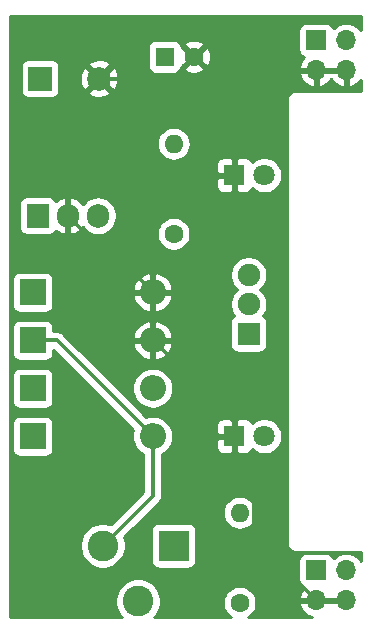
<source format=gbl>
G04 #@! TF.GenerationSoftware,KiCad,Pcbnew,(5.1.2)-1*
G04 #@! TF.CreationDate,2019-05-11T09:03:37-04:00*
G04 #@! TF.ProjectId,PowerSupply,506f7765-7253-4757-9070-6c792e6b6963,1*
G04 #@! TF.SameCoordinates,Original*
G04 #@! TF.FileFunction,Copper,L2,Bot*
G04 #@! TF.FilePolarity,Positive*
%FSLAX46Y46*%
G04 Gerber Fmt 4.6, Leading zero omitted, Abs format (unit mm)*
G04 Created by KiCad (PCBNEW (5.1.2)-1) date 2019-05-11 09:03:37*
%MOMM*%
%LPD*%
G04 APERTURE LIST*
%ADD10R,2.200000X2.200000*%
%ADD11O,2.200000X2.200000*%
%ADD12O,1.600000X1.600000*%
%ADD13C,1.600000*%
%ADD14R,2.000000X2.000000*%
%ADD15C,2.000000*%
%ADD16R,1.600000X1.600000*%
%ADD17C,1.800000*%
%ADD18R,1.800000X1.800000*%
%ADD19R,2.600000X2.600000*%
%ADD20C,2.600000*%
%ADD21R,1.700000X1.700000*%
%ADD22O,1.700000X1.700000*%
%ADD23R,1.900000X1.900000*%
%ADD24C,1.900000*%
%ADD25R,1.905000X2.000000*%
%ADD26O,1.905000X2.000000*%
%ADD27C,0.300000*%
%ADD28C,0.254000*%
G04 APERTURE END LIST*
D10*
X104521000Y-108331000D03*
D11*
X114681000Y-108331000D03*
D12*
X116459000Y-87630000D03*
D13*
X116459000Y-95250000D03*
D14*
X105156000Y-82114000D03*
D15*
X110156000Y-82114000D03*
D16*
X115697000Y-80264000D03*
D13*
X118197000Y-80264000D03*
D10*
X104521000Y-100203000D03*
D11*
X114681000Y-100203000D03*
X114681000Y-112395000D03*
D10*
X104521000Y-112395000D03*
D11*
X114681000Y-104267000D03*
D10*
X104521000Y-104267000D03*
D17*
X124140000Y-112395000D03*
D18*
X121600000Y-112395000D03*
X121600000Y-90297000D03*
D17*
X124140000Y-90297000D03*
D19*
X116459000Y-121666000D03*
D20*
X110459000Y-121666000D03*
X113459000Y-126366000D03*
D21*
X128524000Y-78867000D03*
D22*
X131064000Y-78867000D03*
X128524000Y-81407000D03*
X131064000Y-81407000D03*
X131064000Y-126301000D03*
X128524000Y-126301000D03*
X131064000Y-123761000D03*
D21*
X128524000Y-123761000D03*
D13*
X122047000Y-126492000D03*
D12*
X122047000Y-118872000D03*
D23*
X122809000Y-103726000D03*
D24*
X122809000Y-101226000D03*
X122809000Y-98726000D03*
D25*
X104969000Y-93726000D03*
D26*
X107509000Y-93726000D03*
X110049000Y-93726000D03*
D27*
X131064000Y-126301000D02*
X128524000Y-126301000D01*
X121600000Y-113595000D02*
X121600000Y-112395000D01*
X123297001Y-115292001D02*
X121600000Y-113595000D01*
X123297001Y-121074001D02*
X123297001Y-115292001D01*
X128524000Y-126301000D02*
X123297001Y-121074001D01*
X107509000Y-84761000D02*
X110156000Y-82114000D01*
X107509000Y-93726000D02*
X107509000Y-84761000D01*
X116347000Y-82114000D02*
X118197000Y-80264000D01*
X110156000Y-82114000D02*
X116347000Y-82114000D01*
X119340000Y-81407000D02*
X128524000Y-81407000D01*
X118197000Y-80264000D02*
X119340000Y-81407000D01*
X128524000Y-81407000D02*
X131064000Y-81407000D01*
X114681000Y-102711366D02*
X114681000Y-100203000D01*
X114681000Y-104267000D02*
X114681000Y-102711366D01*
X107509000Y-93773500D02*
X107509000Y-93726000D01*
X112838501Y-99103001D02*
X107509000Y-93773500D01*
X113581001Y-99103001D02*
X112838501Y-99103001D01*
X114681000Y-100203000D02*
X113581001Y-99103001D01*
X121600000Y-111186000D02*
X114681000Y-104267000D01*
X121600000Y-112395000D02*
X121600000Y-111186000D01*
X121600000Y-90297000D02*
X121600000Y-83667000D01*
X121600000Y-83667000D02*
X118197000Y-80264000D01*
X114681000Y-117444000D02*
X114681000Y-112395000D01*
X110459000Y-121666000D02*
X114681000Y-117444000D01*
X106553000Y-104267000D02*
X104521000Y-104267000D01*
X114681000Y-112395000D02*
X106553000Y-104267000D01*
D28*
G36*
X132309001Y-78046021D02*
G01*
X132304706Y-78037986D01*
X132119134Y-77811866D01*
X131893014Y-77626294D01*
X131635034Y-77488401D01*
X131355111Y-77403487D01*
X131136950Y-77382000D01*
X130991050Y-77382000D01*
X130772889Y-77403487D01*
X130492966Y-77488401D01*
X130234986Y-77626294D01*
X130008866Y-77811866D01*
X129984393Y-77841687D01*
X129963502Y-77772820D01*
X129904537Y-77662506D01*
X129825185Y-77565815D01*
X129728494Y-77486463D01*
X129618180Y-77427498D01*
X129498482Y-77391188D01*
X129374000Y-77378928D01*
X127674000Y-77378928D01*
X127549518Y-77391188D01*
X127429820Y-77427498D01*
X127319506Y-77486463D01*
X127222815Y-77565815D01*
X127143463Y-77662506D01*
X127084498Y-77772820D01*
X127048188Y-77892518D01*
X127035928Y-78017000D01*
X127035928Y-79717000D01*
X127048188Y-79841482D01*
X127084498Y-79961180D01*
X127143463Y-80071494D01*
X127222815Y-80168185D01*
X127319506Y-80247537D01*
X127429820Y-80306502D01*
X127510466Y-80330966D01*
X127426412Y-80406731D01*
X127252359Y-80640080D01*
X127127175Y-80902901D01*
X127082524Y-81050110D01*
X127203845Y-81280000D01*
X128397000Y-81280000D01*
X128397000Y-81260000D01*
X128651000Y-81260000D01*
X128651000Y-81280000D01*
X130937000Y-81280000D01*
X130937000Y-81260000D01*
X131191000Y-81260000D01*
X131191000Y-81280000D01*
X131211000Y-81280000D01*
X131211000Y-81534000D01*
X131191000Y-81534000D01*
X131191000Y-82727814D01*
X131420891Y-82848481D01*
X131695252Y-82751157D01*
X131945355Y-82602178D01*
X132161588Y-82407269D01*
X132309000Y-82209637D01*
X132309000Y-83160000D01*
X126778419Y-83160000D01*
X126746000Y-83156807D01*
X126713581Y-83160000D01*
X126616617Y-83169550D01*
X126492207Y-83207290D01*
X126377550Y-83268575D01*
X126277052Y-83351052D01*
X126194575Y-83451550D01*
X126133290Y-83566207D01*
X126095550Y-83690617D01*
X126082807Y-83820000D01*
X126086001Y-83852429D01*
X126086000Y-121506581D01*
X126082807Y-121539000D01*
X126095550Y-121668383D01*
X126133290Y-121792793D01*
X126194575Y-121907450D01*
X126244152Y-121967859D01*
X126277052Y-122007948D01*
X126377550Y-122090425D01*
X126492207Y-122151710D01*
X126616617Y-122189450D01*
X126746000Y-122202193D01*
X126778419Y-122199000D01*
X132309001Y-122199000D01*
X132309001Y-122940021D01*
X132304706Y-122931986D01*
X132119134Y-122705866D01*
X131893014Y-122520294D01*
X131635034Y-122382401D01*
X131355111Y-122297487D01*
X131136950Y-122276000D01*
X130991050Y-122276000D01*
X130772889Y-122297487D01*
X130492966Y-122382401D01*
X130234986Y-122520294D01*
X130008866Y-122705866D01*
X129984393Y-122735687D01*
X129963502Y-122666820D01*
X129904537Y-122556506D01*
X129825185Y-122459815D01*
X129728494Y-122380463D01*
X129618180Y-122321498D01*
X129498482Y-122285188D01*
X129374000Y-122272928D01*
X127674000Y-122272928D01*
X127549518Y-122285188D01*
X127429820Y-122321498D01*
X127319506Y-122380463D01*
X127222815Y-122459815D01*
X127143463Y-122556506D01*
X127084498Y-122666820D01*
X127048188Y-122786518D01*
X127035928Y-122911000D01*
X127035928Y-124611000D01*
X127048188Y-124735482D01*
X127084498Y-124855180D01*
X127143463Y-124965494D01*
X127222815Y-125062185D01*
X127319506Y-125141537D01*
X127429820Y-125200502D01*
X127510466Y-125224966D01*
X127426412Y-125300731D01*
X127252359Y-125534080D01*
X127127175Y-125796901D01*
X127082524Y-125944110D01*
X127203845Y-126174000D01*
X128397000Y-126174000D01*
X128397000Y-126154000D01*
X128651000Y-126154000D01*
X128651000Y-126174000D01*
X130937000Y-126174000D01*
X130937000Y-126154000D01*
X131191000Y-126154000D01*
X131191000Y-126174000D01*
X131211000Y-126174000D01*
X131211000Y-126428000D01*
X131191000Y-126428000D01*
X131191000Y-126448000D01*
X130937000Y-126448000D01*
X130937000Y-126428000D01*
X128651000Y-126428000D01*
X128651000Y-126448000D01*
X128397000Y-126448000D01*
X128397000Y-126428000D01*
X127203845Y-126428000D01*
X127082524Y-126657890D01*
X127127175Y-126805099D01*
X127252359Y-127067920D01*
X127426412Y-127301269D01*
X127642645Y-127496178D01*
X127892748Y-127645157D01*
X128151658Y-127737000D01*
X122766657Y-127737000D01*
X122961759Y-127606637D01*
X123161637Y-127406759D01*
X123318680Y-127171727D01*
X123426853Y-126910574D01*
X123482000Y-126633335D01*
X123482000Y-126350665D01*
X123426853Y-126073426D01*
X123318680Y-125812273D01*
X123161637Y-125577241D01*
X122961759Y-125377363D01*
X122726727Y-125220320D01*
X122465574Y-125112147D01*
X122188335Y-125057000D01*
X121905665Y-125057000D01*
X121628426Y-125112147D01*
X121367273Y-125220320D01*
X121132241Y-125377363D01*
X120932363Y-125577241D01*
X120775320Y-125812273D01*
X120667147Y-126073426D01*
X120612000Y-126350665D01*
X120612000Y-126633335D01*
X120667147Y-126910574D01*
X120775320Y-127171727D01*
X120932363Y-127406759D01*
X121132241Y-127606637D01*
X121327343Y-127737000D01*
X114824504Y-127737000D01*
X114962013Y-127599491D01*
X115173775Y-127282566D01*
X115319639Y-126930419D01*
X115394000Y-126556581D01*
X115394000Y-126175419D01*
X115319639Y-125801581D01*
X115173775Y-125449434D01*
X114962013Y-125132509D01*
X114692491Y-124862987D01*
X114375566Y-124651225D01*
X114023419Y-124505361D01*
X113649581Y-124431000D01*
X113268419Y-124431000D01*
X112894581Y-124505361D01*
X112542434Y-124651225D01*
X112225509Y-124862987D01*
X111955987Y-125132509D01*
X111744225Y-125449434D01*
X111598361Y-125801581D01*
X111524000Y-126175419D01*
X111524000Y-126556581D01*
X111598361Y-126930419D01*
X111744225Y-127282566D01*
X111955987Y-127599491D01*
X112093496Y-127737000D01*
X102641000Y-127737000D01*
X102641000Y-111295000D01*
X102782928Y-111295000D01*
X102782928Y-113495000D01*
X102795188Y-113619482D01*
X102831498Y-113739180D01*
X102890463Y-113849494D01*
X102969815Y-113946185D01*
X103066506Y-114025537D01*
X103176820Y-114084502D01*
X103296518Y-114120812D01*
X103421000Y-114133072D01*
X105621000Y-114133072D01*
X105745482Y-114120812D01*
X105865180Y-114084502D01*
X105975494Y-114025537D01*
X106072185Y-113946185D01*
X106151537Y-113849494D01*
X106210502Y-113739180D01*
X106246812Y-113619482D01*
X106259072Y-113495000D01*
X106259072Y-111295000D01*
X106246812Y-111170518D01*
X106210502Y-111050820D01*
X106151537Y-110940506D01*
X106072185Y-110843815D01*
X105975494Y-110764463D01*
X105865180Y-110705498D01*
X105745482Y-110669188D01*
X105621000Y-110656928D01*
X103421000Y-110656928D01*
X103296518Y-110669188D01*
X103176820Y-110705498D01*
X103066506Y-110764463D01*
X102969815Y-110843815D01*
X102890463Y-110940506D01*
X102831498Y-111050820D01*
X102795188Y-111170518D01*
X102782928Y-111295000D01*
X102641000Y-111295000D01*
X102641000Y-107231000D01*
X102782928Y-107231000D01*
X102782928Y-109431000D01*
X102795188Y-109555482D01*
X102831498Y-109675180D01*
X102890463Y-109785494D01*
X102969815Y-109882185D01*
X103066506Y-109961537D01*
X103176820Y-110020502D01*
X103296518Y-110056812D01*
X103421000Y-110069072D01*
X105621000Y-110069072D01*
X105745482Y-110056812D01*
X105865180Y-110020502D01*
X105975494Y-109961537D01*
X106072185Y-109882185D01*
X106151537Y-109785494D01*
X106210502Y-109675180D01*
X106246812Y-109555482D01*
X106259072Y-109431000D01*
X106259072Y-107231000D01*
X106246812Y-107106518D01*
X106210502Y-106986820D01*
X106151537Y-106876506D01*
X106072185Y-106779815D01*
X105975494Y-106700463D01*
X105865180Y-106641498D01*
X105745482Y-106605188D01*
X105621000Y-106592928D01*
X103421000Y-106592928D01*
X103296518Y-106605188D01*
X103176820Y-106641498D01*
X103066506Y-106700463D01*
X102969815Y-106779815D01*
X102890463Y-106876506D01*
X102831498Y-106986820D01*
X102795188Y-107106518D01*
X102782928Y-107231000D01*
X102641000Y-107231000D01*
X102641000Y-103167000D01*
X102782928Y-103167000D01*
X102782928Y-105367000D01*
X102795188Y-105491482D01*
X102831498Y-105611180D01*
X102890463Y-105721494D01*
X102969815Y-105818185D01*
X103066506Y-105897537D01*
X103176820Y-105956502D01*
X103296518Y-105992812D01*
X103421000Y-106005072D01*
X105621000Y-106005072D01*
X105745482Y-105992812D01*
X105865180Y-105956502D01*
X105975494Y-105897537D01*
X106072185Y-105818185D01*
X106151537Y-105721494D01*
X106210502Y-105611180D01*
X106246812Y-105491482D01*
X106259072Y-105367000D01*
X106259072Y-105083229D01*
X113031530Y-111855687D01*
X112971105Y-112054881D01*
X112937606Y-112395000D01*
X112971105Y-112735119D01*
X113070314Y-113062168D01*
X113231421Y-113363578D01*
X113448234Y-113627766D01*
X113712422Y-113844579D01*
X113896001Y-113942704D01*
X113896000Y-117118843D01*
X111154985Y-119859858D01*
X111023419Y-119805361D01*
X110649581Y-119731000D01*
X110268419Y-119731000D01*
X109894581Y-119805361D01*
X109542434Y-119951225D01*
X109225509Y-120162987D01*
X108955987Y-120432509D01*
X108744225Y-120749434D01*
X108598361Y-121101581D01*
X108524000Y-121475419D01*
X108524000Y-121856581D01*
X108598361Y-122230419D01*
X108744225Y-122582566D01*
X108955987Y-122899491D01*
X109225509Y-123169013D01*
X109542434Y-123380775D01*
X109894581Y-123526639D01*
X110268419Y-123601000D01*
X110649581Y-123601000D01*
X111023419Y-123526639D01*
X111375566Y-123380775D01*
X111692491Y-123169013D01*
X111962013Y-122899491D01*
X112173775Y-122582566D01*
X112319639Y-122230419D01*
X112394000Y-121856581D01*
X112394000Y-121475419D01*
X112319639Y-121101581D01*
X112265142Y-120970015D01*
X112869157Y-120366000D01*
X114520928Y-120366000D01*
X114520928Y-122966000D01*
X114533188Y-123090482D01*
X114569498Y-123210180D01*
X114628463Y-123320494D01*
X114707815Y-123417185D01*
X114804506Y-123496537D01*
X114914820Y-123555502D01*
X115034518Y-123591812D01*
X115159000Y-123604072D01*
X117759000Y-123604072D01*
X117883482Y-123591812D01*
X118003180Y-123555502D01*
X118113494Y-123496537D01*
X118210185Y-123417185D01*
X118289537Y-123320494D01*
X118348502Y-123210180D01*
X118384812Y-123090482D01*
X118397072Y-122966000D01*
X118397072Y-120366000D01*
X118384812Y-120241518D01*
X118348502Y-120121820D01*
X118289537Y-120011506D01*
X118210185Y-119914815D01*
X118113494Y-119835463D01*
X118003180Y-119776498D01*
X117883482Y-119740188D01*
X117759000Y-119727928D01*
X115159000Y-119727928D01*
X115034518Y-119740188D01*
X114914820Y-119776498D01*
X114804506Y-119835463D01*
X114707815Y-119914815D01*
X114628463Y-120011506D01*
X114569498Y-120121820D01*
X114533188Y-120241518D01*
X114520928Y-120366000D01*
X112869157Y-120366000D01*
X114363157Y-118872000D01*
X120605057Y-118872000D01*
X120632764Y-119153309D01*
X120714818Y-119423808D01*
X120848068Y-119673101D01*
X121027392Y-119891608D01*
X121245899Y-120070932D01*
X121495192Y-120204182D01*
X121765691Y-120286236D01*
X121976508Y-120307000D01*
X122117492Y-120307000D01*
X122328309Y-120286236D01*
X122598808Y-120204182D01*
X122848101Y-120070932D01*
X123066608Y-119891608D01*
X123245932Y-119673101D01*
X123379182Y-119423808D01*
X123461236Y-119153309D01*
X123488943Y-118872000D01*
X123461236Y-118590691D01*
X123379182Y-118320192D01*
X123245932Y-118070899D01*
X123066608Y-117852392D01*
X122848101Y-117673068D01*
X122598808Y-117539818D01*
X122328309Y-117457764D01*
X122117492Y-117437000D01*
X121976508Y-117437000D01*
X121765691Y-117457764D01*
X121495192Y-117539818D01*
X121245899Y-117673068D01*
X121027392Y-117852392D01*
X120848068Y-118070899D01*
X120714818Y-118320192D01*
X120632764Y-118590691D01*
X120605057Y-118872000D01*
X114363157Y-118872000D01*
X115208811Y-118026346D01*
X115238764Y-118001764D01*
X115336862Y-117882233D01*
X115409754Y-117745860D01*
X115409754Y-117745859D01*
X115454642Y-117597887D01*
X115462020Y-117522974D01*
X115466000Y-117482561D01*
X115466000Y-117482556D01*
X115469797Y-117444000D01*
X115466000Y-117405444D01*
X115466000Y-113942703D01*
X115649578Y-113844579D01*
X115913766Y-113627766D01*
X116130579Y-113363578D01*
X116167234Y-113295000D01*
X120061928Y-113295000D01*
X120074188Y-113419482D01*
X120110498Y-113539180D01*
X120169463Y-113649494D01*
X120248815Y-113746185D01*
X120345506Y-113825537D01*
X120455820Y-113884502D01*
X120575518Y-113920812D01*
X120700000Y-113933072D01*
X121314250Y-113930000D01*
X121473000Y-113771250D01*
X121473000Y-112522000D01*
X120223750Y-112522000D01*
X120065000Y-112680750D01*
X120061928Y-113295000D01*
X116167234Y-113295000D01*
X116291686Y-113062168D01*
X116390895Y-112735119D01*
X116424394Y-112395000D01*
X116390895Y-112054881D01*
X116291686Y-111727832D01*
X116167235Y-111495000D01*
X120061928Y-111495000D01*
X120065000Y-112109250D01*
X120223750Y-112268000D01*
X121473000Y-112268000D01*
X121473000Y-111018750D01*
X121727000Y-111018750D01*
X121727000Y-112268000D01*
X121747000Y-112268000D01*
X121747000Y-112522000D01*
X121727000Y-112522000D01*
X121727000Y-113771250D01*
X121885750Y-113930000D01*
X122500000Y-113933072D01*
X122624482Y-113920812D01*
X122744180Y-113884502D01*
X122854494Y-113825537D01*
X122951185Y-113746185D01*
X123030537Y-113649494D01*
X123089502Y-113539180D01*
X123095056Y-113520873D01*
X123161495Y-113587312D01*
X123412905Y-113755299D01*
X123692257Y-113871011D01*
X123988816Y-113930000D01*
X124291184Y-113930000D01*
X124587743Y-113871011D01*
X124867095Y-113755299D01*
X125118505Y-113587312D01*
X125332312Y-113373505D01*
X125500299Y-113122095D01*
X125616011Y-112842743D01*
X125675000Y-112546184D01*
X125675000Y-112243816D01*
X125616011Y-111947257D01*
X125500299Y-111667905D01*
X125332312Y-111416495D01*
X125118505Y-111202688D01*
X124867095Y-111034701D01*
X124587743Y-110918989D01*
X124291184Y-110860000D01*
X123988816Y-110860000D01*
X123692257Y-110918989D01*
X123412905Y-111034701D01*
X123161495Y-111202688D01*
X123095056Y-111269127D01*
X123089502Y-111250820D01*
X123030537Y-111140506D01*
X122951185Y-111043815D01*
X122854494Y-110964463D01*
X122744180Y-110905498D01*
X122624482Y-110869188D01*
X122500000Y-110856928D01*
X121885750Y-110860000D01*
X121727000Y-111018750D01*
X121473000Y-111018750D01*
X121314250Y-110860000D01*
X120700000Y-110856928D01*
X120575518Y-110869188D01*
X120455820Y-110905498D01*
X120345506Y-110964463D01*
X120248815Y-111043815D01*
X120169463Y-111140506D01*
X120110498Y-111250820D01*
X120074188Y-111370518D01*
X120061928Y-111495000D01*
X116167235Y-111495000D01*
X116130579Y-111426422D01*
X115913766Y-111162234D01*
X115649578Y-110945421D01*
X115348168Y-110784314D01*
X115021119Y-110685105D01*
X114766225Y-110660000D01*
X114595775Y-110660000D01*
X114340881Y-110685105D01*
X114141687Y-110745530D01*
X111727157Y-108331000D01*
X112937606Y-108331000D01*
X112971105Y-108671119D01*
X113070314Y-108998168D01*
X113231421Y-109299578D01*
X113448234Y-109563766D01*
X113712422Y-109780579D01*
X114013832Y-109941686D01*
X114340881Y-110040895D01*
X114595775Y-110066000D01*
X114766225Y-110066000D01*
X115021119Y-110040895D01*
X115348168Y-109941686D01*
X115649578Y-109780579D01*
X115913766Y-109563766D01*
X116130579Y-109299578D01*
X116291686Y-108998168D01*
X116390895Y-108671119D01*
X116424394Y-108331000D01*
X116390895Y-107990881D01*
X116291686Y-107663832D01*
X116130579Y-107362422D01*
X115913766Y-107098234D01*
X115649578Y-106881421D01*
X115348168Y-106720314D01*
X115021119Y-106621105D01*
X114766225Y-106596000D01*
X114595775Y-106596000D01*
X114340881Y-106621105D01*
X114013832Y-106720314D01*
X113712422Y-106881421D01*
X113448234Y-107098234D01*
X113231421Y-107362422D01*
X113070314Y-107663832D01*
X112971105Y-107990881D01*
X112937606Y-108331000D01*
X111727157Y-108331000D01*
X108059279Y-104663122D01*
X112991825Y-104663122D01*
X113056425Y-104876094D01*
X113206469Y-105181329D01*
X113413178Y-105451427D01*
X113668609Y-105676008D01*
X113962946Y-105846442D01*
X114284877Y-105956179D01*
X114554000Y-105838600D01*
X114554000Y-104394000D01*
X114808000Y-104394000D01*
X114808000Y-105838600D01*
X115077123Y-105956179D01*
X115399054Y-105846442D01*
X115693391Y-105676008D01*
X115948822Y-105451427D01*
X116155531Y-105181329D01*
X116305575Y-104876094D01*
X116370175Y-104663122D01*
X116252125Y-104394000D01*
X114808000Y-104394000D01*
X114554000Y-104394000D01*
X113109875Y-104394000D01*
X112991825Y-104663122D01*
X108059279Y-104663122D01*
X107267035Y-103870878D01*
X112991825Y-103870878D01*
X113109875Y-104140000D01*
X114554000Y-104140000D01*
X114554000Y-102695400D01*
X114808000Y-102695400D01*
X114808000Y-104140000D01*
X116252125Y-104140000D01*
X116370175Y-103870878D01*
X116305575Y-103657906D01*
X116155531Y-103352671D01*
X115948822Y-103082573D01*
X115693391Y-102857992D01*
X115551793Y-102776000D01*
X121220928Y-102776000D01*
X121220928Y-104676000D01*
X121233188Y-104800482D01*
X121269498Y-104920180D01*
X121328463Y-105030494D01*
X121407815Y-105127185D01*
X121504506Y-105206537D01*
X121614820Y-105265502D01*
X121734518Y-105301812D01*
X121859000Y-105314072D01*
X123759000Y-105314072D01*
X123883482Y-105301812D01*
X124003180Y-105265502D01*
X124113494Y-105206537D01*
X124210185Y-105127185D01*
X124289537Y-105030494D01*
X124348502Y-104920180D01*
X124384812Y-104800482D01*
X124397072Y-104676000D01*
X124397072Y-102776000D01*
X124384812Y-102651518D01*
X124348502Y-102531820D01*
X124289537Y-102421506D01*
X124210185Y-102324815D01*
X124113494Y-102245463D01*
X124054979Y-102214186D01*
X124213609Y-101976779D01*
X124333089Y-101688327D01*
X124394000Y-101382109D01*
X124394000Y-101069891D01*
X124333089Y-100763673D01*
X124213609Y-100475221D01*
X124040150Y-100215621D01*
X123819379Y-99994850D01*
X123791168Y-99976000D01*
X123819379Y-99957150D01*
X124040150Y-99736379D01*
X124213609Y-99476779D01*
X124333089Y-99188327D01*
X124394000Y-98882109D01*
X124394000Y-98569891D01*
X124333089Y-98263673D01*
X124213609Y-97975221D01*
X124040150Y-97715621D01*
X123819379Y-97494850D01*
X123559779Y-97321391D01*
X123271327Y-97201911D01*
X122965109Y-97141000D01*
X122652891Y-97141000D01*
X122346673Y-97201911D01*
X122058221Y-97321391D01*
X121798621Y-97494850D01*
X121577850Y-97715621D01*
X121404391Y-97975221D01*
X121284911Y-98263673D01*
X121224000Y-98569891D01*
X121224000Y-98882109D01*
X121284911Y-99188327D01*
X121404391Y-99476779D01*
X121577850Y-99736379D01*
X121798621Y-99957150D01*
X121826832Y-99976000D01*
X121798621Y-99994850D01*
X121577850Y-100215621D01*
X121404391Y-100475221D01*
X121284911Y-100763673D01*
X121224000Y-101069891D01*
X121224000Y-101382109D01*
X121284911Y-101688327D01*
X121404391Y-101976779D01*
X121563021Y-102214186D01*
X121504506Y-102245463D01*
X121407815Y-102324815D01*
X121328463Y-102421506D01*
X121269498Y-102531820D01*
X121233188Y-102651518D01*
X121220928Y-102776000D01*
X115551793Y-102776000D01*
X115399054Y-102687558D01*
X115077123Y-102577821D01*
X114808000Y-102695400D01*
X114554000Y-102695400D01*
X114284877Y-102577821D01*
X113962946Y-102687558D01*
X113668609Y-102857992D01*
X113413178Y-103082573D01*
X113206469Y-103352671D01*
X113056425Y-103657906D01*
X112991825Y-103870878D01*
X107267035Y-103870878D01*
X107135347Y-103739190D01*
X107110764Y-103709236D01*
X106991233Y-103611138D01*
X106854860Y-103538246D01*
X106706887Y-103493359D01*
X106591561Y-103482000D01*
X106591553Y-103482000D01*
X106553000Y-103478203D01*
X106514447Y-103482000D01*
X106259072Y-103482000D01*
X106259072Y-103167000D01*
X106246812Y-103042518D01*
X106210502Y-102922820D01*
X106151537Y-102812506D01*
X106072185Y-102715815D01*
X105975494Y-102636463D01*
X105865180Y-102577498D01*
X105745482Y-102541188D01*
X105621000Y-102528928D01*
X103421000Y-102528928D01*
X103296518Y-102541188D01*
X103176820Y-102577498D01*
X103066506Y-102636463D01*
X102969815Y-102715815D01*
X102890463Y-102812506D01*
X102831498Y-102922820D01*
X102795188Y-103042518D01*
X102782928Y-103167000D01*
X102641000Y-103167000D01*
X102641000Y-99103000D01*
X102782928Y-99103000D01*
X102782928Y-101303000D01*
X102795188Y-101427482D01*
X102831498Y-101547180D01*
X102890463Y-101657494D01*
X102969815Y-101754185D01*
X103066506Y-101833537D01*
X103176820Y-101892502D01*
X103296518Y-101928812D01*
X103421000Y-101941072D01*
X105621000Y-101941072D01*
X105745482Y-101928812D01*
X105865180Y-101892502D01*
X105975494Y-101833537D01*
X106072185Y-101754185D01*
X106151537Y-101657494D01*
X106210502Y-101547180D01*
X106246812Y-101427482D01*
X106259072Y-101303000D01*
X106259072Y-100599122D01*
X112991825Y-100599122D01*
X113056425Y-100812094D01*
X113206469Y-101117329D01*
X113413178Y-101387427D01*
X113668609Y-101612008D01*
X113962946Y-101782442D01*
X114284877Y-101892179D01*
X114554000Y-101774600D01*
X114554000Y-100330000D01*
X114808000Y-100330000D01*
X114808000Y-101774600D01*
X115077123Y-101892179D01*
X115399054Y-101782442D01*
X115693391Y-101612008D01*
X115948822Y-101387427D01*
X116155531Y-101117329D01*
X116305575Y-100812094D01*
X116370175Y-100599122D01*
X116252125Y-100330000D01*
X114808000Y-100330000D01*
X114554000Y-100330000D01*
X113109875Y-100330000D01*
X112991825Y-100599122D01*
X106259072Y-100599122D01*
X106259072Y-99806878D01*
X112991825Y-99806878D01*
X113109875Y-100076000D01*
X114554000Y-100076000D01*
X114554000Y-98631400D01*
X114808000Y-98631400D01*
X114808000Y-100076000D01*
X116252125Y-100076000D01*
X116370175Y-99806878D01*
X116305575Y-99593906D01*
X116155531Y-99288671D01*
X115948822Y-99018573D01*
X115693391Y-98793992D01*
X115399054Y-98623558D01*
X115077123Y-98513821D01*
X114808000Y-98631400D01*
X114554000Y-98631400D01*
X114284877Y-98513821D01*
X113962946Y-98623558D01*
X113668609Y-98793992D01*
X113413178Y-99018573D01*
X113206469Y-99288671D01*
X113056425Y-99593906D01*
X112991825Y-99806878D01*
X106259072Y-99806878D01*
X106259072Y-99103000D01*
X106246812Y-98978518D01*
X106210502Y-98858820D01*
X106151537Y-98748506D01*
X106072185Y-98651815D01*
X105975494Y-98572463D01*
X105865180Y-98513498D01*
X105745482Y-98477188D01*
X105621000Y-98464928D01*
X103421000Y-98464928D01*
X103296518Y-98477188D01*
X103176820Y-98513498D01*
X103066506Y-98572463D01*
X102969815Y-98651815D01*
X102890463Y-98748506D01*
X102831498Y-98858820D01*
X102795188Y-98978518D01*
X102782928Y-99103000D01*
X102641000Y-99103000D01*
X102641000Y-92726000D01*
X103378428Y-92726000D01*
X103378428Y-94726000D01*
X103390688Y-94850482D01*
X103426998Y-94970180D01*
X103485963Y-95080494D01*
X103565315Y-95177185D01*
X103662006Y-95256537D01*
X103772320Y-95315502D01*
X103892018Y-95351812D01*
X104016500Y-95364072D01*
X105921500Y-95364072D01*
X106045982Y-95351812D01*
X106165680Y-95315502D01*
X106275994Y-95256537D01*
X106372685Y-95177185D01*
X106452037Y-95080494D01*
X106501059Y-94988781D01*
X106642077Y-95101969D01*
X106917906Y-95245571D01*
X107136020Y-95316563D01*
X107382000Y-95196594D01*
X107382000Y-93853000D01*
X107362000Y-93853000D01*
X107362000Y-93599000D01*
X107382000Y-93599000D01*
X107382000Y-92255406D01*
X107636000Y-92255406D01*
X107636000Y-93599000D01*
X107656000Y-93599000D01*
X107656000Y-93853000D01*
X107636000Y-93853000D01*
X107636000Y-95196594D01*
X107881980Y-95316563D01*
X108100094Y-95245571D01*
X108375923Y-95101969D01*
X108618437Y-94907315D01*
X108773837Y-94722101D01*
X108921037Y-94901463D01*
X109162766Y-95099845D01*
X109438552Y-95247255D01*
X109737797Y-95338030D01*
X110049000Y-95368681D01*
X110360204Y-95338030D01*
X110659449Y-95247255D01*
X110918733Y-95108665D01*
X115024000Y-95108665D01*
X115024000Y-95391335D01*
X115079147Y-95668574D01*
X115187320Y-95929727D01*
X115344363Y-96164759D01*
X115544241Y-96364637D01*
X115779273Y-96521680D01*
X116040426Y-96629853D01*
X116317665Y-96685000D01*
X116600335Y-96685000D01*
X116877574Y-96629853D01*
X117138727Y-96521680D01*
X117373759Y-96364637D01*
X117573637Y-96164759D01*
X117730680Y-95929727D01*
X117838853Y-95668574D01*
X117894000Y-95391335D01*
X117894000Y-95108665D01*
X117838853Y-94831426D01*
X117730680Y-94570273D01*
X117573637Y-94335241D01*
X117373759Y-94135363D01*
X117138727Y-93978320D01*
X116877574Y-93870147D01*
X116600335Y-93815000D01*
X116317665Y-93815000D01*
X116040426Y-93870147D01*
X115779273Y-93978320D01*
X115544241Y-94135363D01*
X115344363Y-94335241D01*
X115187320Y-94570273D01*
X115079147Y-94831426D01*
X115024000Y-95108665D01*
X110918733Y-95108665D01*
X110935235Y-95099845D01*
X111176963Y-94901463D01*
X111375345Y-94659734D01*
X111522755Y-94383948D01*
X111613530Y-94084703D01*
X111636500Y-93851485D01*
X111636500Y-93600514D01*
X111613530Y-93367296D01*
X111522755Y-93068051D01*
X111375345Y-92792265D01*
X111176963Y-92550537D01*
X110935234Y-92352155D01*
X110659448Y-92204745D01*
X110360203Y-92113970D01*
X110049000Y-92083319D01*
X109737796Y-92113970D01*
X109438551Y-92204745D01*
X109162765Y-92352155D01*
X108921037Y-92550537D01*
X108773838Y-92729900D01*
X108618437Y-92544685D01*
X108375923Y-92350031D01*
X108100094Y-92206429D01*
X107881980Y-92135437D01*
X107636000Y-92255406D01*
X107382000Y-92255406D01*
X107136020Y-92135437D01*
X106917906Y-92206429D01*
X106642077Y-92350031D01*
X106501059Y-92463219D01*
X106452037Y-92371506D01*
X106372685Y-92274815D01*
X106275994Y-92195463D01*
X106165680Y-92136498D01*
X106045982Y-92100188D01*
X105921500Y-92087928D01*
X104016500Y-92087928D01*
X103892018Y-92100188D01*
X103772320Y-92136498D01*
X103662006Y-92195463D01*
X103565315Y-92274815D01*
X103485963Y-92371506D01*
X103426998Y-92481820D01*
X103390688Y-92601518D01*
X103378428Y-92726000D01*
X102641000Y-92726000D01*
X102641000Y-91197000D01*
X120061928Y-91197000D01*
X120074188Y-91321482D01*
X120110498Y-91441180D01*
X120169463Y-91551494D01*
X120248815Y-91648185D01*
X120345506Y-91727537D01*
X120455820Y-91786502D01*
X120575518Y-91822812D01*
X120700000Y-91835072D01*
X121314250Y-91832000D01*
X121473000Y-91673250D01*
X121473000Y-90424000D01*
X120223750Y-90424000D01*
X120065000Y-90582750D01*
X120061928Y-91197000D01*
X102641000Y-91197000D01*
X102641000Y-89397000D01*
X120061928Y-89397000D01*
X120065000Y-90011250D01*
X120223750Y-90170000D01*
X121473000Y-90170000D01*
X121473000Y-88920750D01*
X121727000Y-88920750D01*
X121727000Y-90170000D01*
X121747000Y-90170000D01*
X121747000Y-90424000D01*
X121727000Y-90424000D01*
X121727000Y-91673250D01*
X121885750Y-91832000D01*
X122500000Y-91835072D01*
X122624482Y-91822812D01*
X122744180Y-91786502D01*
X122854494Y-91727537D01*
X122951185Y-91648185D01*
X123030537Y-91551494D01*
X123089502Y-91441180D01*
X123095056Y-91422873D01*
X123161495Y-91489312D01*
X123412905Y-91657299D01*
X123692257Y-91773011D01*
X123988816Y-91832000D01*
X124291184Y-91832000D01*
X124587743Y-91773011D01*
X124867095Y-91657299D01*
X125118505Y-91489312D01*
X125332312Y-91275505D01*
X125500299Y-91024095D01*
X125616011Y-90744743D01*
X125675000Y-90448184D01*
X125675000Y-90145816D01*
X125616011Y-89849257D01*
X125500299Y-89569905D01*
X125332312Y-89318495D01*
X125118505Y-89104688D01*
X124867095Y-88936701D01*
X124587743Y-88820989D01*
X124291184Y-88762000D01*
X123988816Y-88762000D01*
X123692257Y-88820989D01*
X123412905Y-88936701D01*
X123161495Y-89104688D01*
X123095056Y-89171127D01*
X123089502Y-89152820D01*
X123030537Y-89042506D01*
X122951185Y-88945815D01*
X122854494Y-88866463D01*
X122744180Y-88807498D01*
X122624482Y-88771188D01*
X122500000Y-88758928D01*
X121885750Y-88762000D01*
X121727000Y-88920750D01*
X121473000Y-88920750D01*
X121314250Y-88762000D01*
X120700000Y-88758928D01*
X120575518Y-88771188D01*
X120455820Y-88807498D01*
X120345506Y-88866463D01*
X120248815Y-88945815D01*
X120169463Y-89042506D01*
X120110498Y-89152820D01*
X120074188Y-89272518D01*
X120061928Y-89397000D01*
X102641000Y-89397000D01*
X102641000Y-87630000D01*
X115017057Y-87630000D01*
X115044764Y-87911309D01*
X115126818Y-88181808D01*
X115260068Y-88431101D01*
X115439392Y-88649608D01*
X115657899Y-88828932D01*
X115907192Y-88962182D01*
X116177691Y-89044236D01*
X116388508Y-89065000D01*
X116529492Y-89065000D01*
X116740309Y-89044236D01*
X117010808Y-88962182D01*
X117260101Y-88828932D01*
X117478608Y-88649608D01*
X117657932Y-88431101D01*
X117791182Y-88181808D01*
X117873236Y-87911309D01*
X117900943Y-87630000D01*
X117873236Y-87348691D01*
X117791182Y-87078192D01*
X117657932Y-86828899D01*
X117478608Y-86610392D01*
X117260101Y-86431068D01*
X117010808Y-86297818D01*
X116740309Y-86215764D01*
X116529492Y-86195000D01*
X116388508Y-86195000D01*
X116177691Y-86215764D01*
X115907192Y-86297818D01*
X115657899Y-86431068D01*
X115439392Y-86610392D01*
X115260068Y-86828899D01*
X115126818Y-87078192D01*
X115044764Y-87348691D01*
X115017057Y-87630000D01*
X102641000Y-87630000D01*
X102641000Y-81114000D01*
X103517928Y-81114000D01*
X103517928Y-83114000D01*
X103530188Y-83238482D01*
X103566498Y-83358180D01*
X103625463Y-83468494D01*
X103704815Y-83565185D01*
X103801506Y-83644537D01*
X103911820Y-83703502D01*
X104031518Y-83739812D01*
X104156000Y-83752072D01*
X106156000Y-83752072D01*
X106280482Y-83739812D01*
X106400180Y-83703502D01*
X106510494Y-83644537D01*
X106607185Y-83565185D01*
X106686537Y-83468494D01*
X106745502Y-83358180D01*
X106778496Y-83249413D01*
X109200192Y-83249413D01*
X109295956Y-83513814D01*
X109585571Y-83654704D01*
X109897108Y-83736384D01*
X110218595Y-83755718D01*
X110537675Y-83711961D01*
X110842088Y-83606795D01*
X111016044Y-83513814D01*
X111111808Y-83249413D01*
X110156000Y-82293605D01*
X109200192Y-83249413D01*
X106778496Y-83249413D01*
X106781812Y-83238482D01*
X106794072Y-83114000D01*
X106794072Y-82176595D01*
X108514282Y-82176595D01*
X108558039Y-82495675D01*
X108663205Y-82800088D01*
X108756186Y-82974044D01*
X109020587Y-83069808D01*
X109976395Y-82114000D01*
X110335605Y-82114000D01*
X111291413Y-83069808D01*
X111555814Y-82974044D01*
X111696704Y-82684429D01*
X111778384Y-82372892D01*
X111797718Y-82051405D01*
X111758290Y-81763890D01*
X127082524Y-81763890D01*
X127127175Y-81911099D01*
X127252359Y-82173920D01*
X127426412Y-82407269D01*
X127642645Y-82602178D01*
X127892748Y-82751157D01*
X128167109Y-82848481D01*
X128397000Y-82727814D01*
X128397000Y-81534000D01*
X128651000Y-81534000D01*
X128651000Y-82727814D01*
X128880891Y-82848481D01*
X129155252Y-82751157D01*
X129405355Y-82602178D01*
X129621588Y-82407269D01*
X129794000Y-82176120D01*
X129966412Y-82407269D01*
X130182645Y-82602178D01*
X130432748Y-82751157D01*
X130707109Y-82848481D01*
X130937000Y-82727814D01*
X130937000Y-81534000D01*
X128651000Y-81534000D01*
X128397000Y-81534000D01*
X127203845Y-81534000D01*
X127082524Y-81763890D01*
X111758290Y-81763890D01*
X111753961Y-81732325D01*
X111648795Y-81427912D01*
X111555814Y-81253956D01*
X111291413Y-81158192D01*
X110335605Y-82114000D01*
X109976395Y-82114000D01*
X109020587Y-81158192D01*
X108756186Y-81253956D01*
X108615296Y-81543571D01*
X108533616Y-81855108D01*
X108514282Y-82176595D01*
X106794072Y-82176595D01*
X106794072Y-81114000D01*
X106781812Y-80989518D01*
X106778497Y-80978587D01*
X109200192Y-80978587D01*
X110156000Y-81934395D01*
X111111808Y-80978587D01*
X111016044Y-80714186D01*
X110726429Y-80573296D01*
X110414892Y-80491616D01*
X110093405Y-80472282D01*
X109774325Y-80516039D01*
X109469912Y-80621205D01*
X109295956Y-80714186D01*
X109200192Y-80978587D01*
X106778497Y-80978587D01*
X106745502Y-80869820D01*
X106686537Y-80759506D01*
X106607185Y-80662815D01*
X106510494Y-80583463D01*
X106400180Y-80524498D01*
X106280482Y-80488188D01*
X106156000Y-80475928D01*
X104156000Y-80475928D01*
X104031518Y-80488188D01*
X103911820Y-80524498D01*
X103801506Y-80583463D01*
X103704815Y-80662815D01*
X103625463Y-80759506D01*
X103566498Y-80869820D01*
X103530188Y-80989518D01*
X103517928Y-81114000D01*
X102641000Y-81114000D01*
X102641000Y-79464000D01*
X114258928Y-79464000D01*
X114258928Y-81064000D01*
X114271188Y-81188482D01*
X114307498Y-81308180D01*
X114366463Y-81418494D01*
X114445815Y-81515185D01*
X114542506Y-81594537D01*
X114652820Y-81653502D01*
X114772518Y-81689812D01*
X114897000Y-81702072D01*
X116497000Y-81702072D01*
X116621482Y-81689812D01*
X116741180Y-81653502D01*
X116851494Y-81594537D01*
X116948185Y-81515185D01*
X117027537Y-81418494D01*
X117086502Y-81308180D01*
X117102117Y-81256702D01*
X117383903Y-81256702D01*
X117455486Y-81500671D01*
X117710996Y-81621571D01*
X117985184Y-81690300D01*
X118267512Y-81704217D01*
X118547130Y-81662787D01*
X118813292Y-81567603D01*
X118938514Y-81500671D01*
X119010097Y-81256702D01*
X118197000Y-80443605D01*
X117383903Y-81256702D01*
X117102117Y-81256702D01*
X117122812Y-81188482D01*
X117135072Y-81064000D01*
X117135072Y-81056785D01*
X117204298Y-81077097D01*
X118017395Y-80264000D01*
X118376605Y-80264000D01*
X119189702Y-81077097D01*
X119433671Y-81005514D01*
X119554571Y-80750004D01*
X119623300Y-80475816D01*
X119637217Y-80193488D01*
X119595787Y-79913870D01*
X119500603Y-79647708D01*
X119433671Y-79522486D01*
X119189702Y-79450903D01*
X118376605Y-80264000D01*
X118017395Y-80264000D01*
X117204298Y-79450903D01*
X117135072Y-79471215D01*
X117135072Y-79464000D01*
X117122812Y-79339518D01*
X117102118Y-79271298D01*
X117383903Y-79271298D01*
X118197000Y-80084395D01*
X119010097Y-79271298D01*
X118938514Y-79027329D01*
X118683004Y-78906429D01*
X118408816Y-78837700D01*
X118126488Y-78823783D01*
X117846870Y-78865213D01*
X117580708Y-78960397D01*
X117455486Y-79027329D01*
X117383903Y-79271298D01*
X117102118Y-79271298D01*
X117086502Y-79219820D01*
X117027537Y-79109506D01*
X116948185Y-79012815D01*
X116851494Y-78933463D01*
X116741180Y-78874498D01*
X116621482Y-78838188D01*
X116497000Y-78825928D01*
X114897000Y-78825928D01*
X114772518Y-78838188D01*
X114652820Y-78874498D01*
X114542506Y-78933463D01*
X114445815Y-79012815D01*
X114366463Y-79109506D01*
X114307498Y-79219820D01*
X114271188Y-79339518D01*
X114258928Y-79464000D01*
X102641000Y-79464000D01*
X102641000Y-76860000D01*
X132309001Y-76860000D01*
X132309001Y-78046021D01*
X132309001Y-78046021D01*
G37*
X132309001Y-78046021D02*
X132304706Y-78037986D01*
X132119134Y-77811866D01*
X131893014Y-77626294D01*
X131635034Y-77488401D01*
X131355111Y-77403487D01*
X131136950Y-77382000D01*
X130991050Y-77382000D01*
X130772889Y-77403487D01*
X130492966Y-77488401D01*
X130234986Y-77626294D01*
X130008866Y-77811866D01*
X129984393Y-77841687D01*
X129963502Y-77772820D01*
X129904537Y-77662506D01*
X129825185Y-77565815D01*
X129728494Y-77486463D01*
X129618180Y-77427498D01*
X129498482Y-77391188D01*
X129374000Y-77378928D01*
X127674000Y-77378928D01*
X127549518Y-77391188D01*
X127429820Y-77427498D01*
X127319506Y-77486463D01*
X127222815Y-77565815D01*
X127143463Y-77662506D01*
X127084498Y-77772820D01*
X127048188Y-77892518D01*
X127035928Y-78017000D01*
X127035928Y-79717000D01*
X127048188Y-79841482D01*
X127084498Y-79961180D01*
X127143463Y-80071494D01*
X127222815Y-80168185D01*
X127319506Y-80247537D01*
X127429820Y-80306502D01*
X127510466Y-80330966D01*
X127426412Y-80406731D01*
X127252359Y-80640080D01*
X127127175Y-80902901D01*
X127082524Y-81050110D01*
X127203845Y-81280000D01*
X128397000Y-81280000D01*
X128397000Y-81260000D01*
X128651000Y-81260000D01*
X128651000Y-81280000D01*
X130937000Y-81280000D01*
X130937000Y-81260000D01*
X131191000Y-81260000D01*
X131191000Y-81280000D01*
X131211000Y-81280000D01*
X131211000Y-81534000D01*
X131191000Y-81534000D01*
X131191000Y-82727814D01*
X131420891Y-82848481D01*
X131695252Y-82751157D01*
X131945355Y-82602178D01*
X132161588Y-82407269D01*
X132309000Y-82209637D01*
X132309000Y-83160000D01*
X126778419Y-83160000D01*
X126746000Y-83156807D01*
X126713581Y-83160000D01*
X126616617Y-83169550D01*
X126492207Y-83207290D01*
X126377550Y-83268575D01*
X126277052Y-83351052D01*
X126194575Y-83451550D01*
X126133290Y-83566207D01*
X126095550Y-83690617D01*
X126082807Y-83820000D01*
X126086001Y-83852429D01*
X126086000Y-121506581D01*
X126082807Y-121539000D01*
X126095550Y-121668383D01*
X126133290Y-121792793D01*
X126194575Y-121907450D01*
X126244152Y-121967859D01*
X126277052Y-122007948D01*
X126377550Y-122090425D01*
X126492207Y-122151710D01*
X126616617Y-122189450D01*
X126746000Y-122202193D01*
X126778419Y-122199000D01*
X132309001Y-122199000D01*
X132309001Y-122940021D01*
X132304706Y-122931986D01*
X132119134Y-122705866D01*
X131893014Y-122520294D01*
X131635034Y-122382401D01*
X131355111Y-122297487D01*
X131136950Y-122276000D01*
X130991050Y-122276000D01*
X130772889Y-122297487D01*
X130492966Y-122382401D01*
X130234986Y-122520294D01*
X130008866Y-122705866D01*
X129984393Y-122735687D01*
X129963502Y-122666820D01*
X129904537Y-122556506D01*
X129825185Y-122459815D01*
X129728494Y-122380463D01*
X129618180Y-122321498D01*
X129498482Y-122285188D01*
X129374000Y-122272928D01*
X127674000Y-122272928D01*
X127549518Y-122285188D01*
X127429820Y-122321498D01*
X127319506Y-122380463D01*
X127222815Y-122459815D01*
X127143463Y-122556506D01*
X127084498Y-122666820D01*
X127048188Y-122786518D01*
X127035928Y-122911000D01*
X127035928Y-124611000D01*
X127048188Y-124735482D01*
X127084498Y-124855180D01*
X127143463Y-124965494D01*
X127222815Y-125062185D01*
X127319506Y-125141537D01*
X127429820Y-125200502D01*
X127510466Y-125224966D01*
X127426412Y-125300731D01*
X127252359Y-125534080D01*
X127127175Y-125796901D01*
X127082524Y-125944110D01*
X127203845Y-126174000D01*
X128397000Y-126174000D01*
X128397000Y-126154000D01*
X128651000Y-126154000D01*
X128651000Y-126174000D01*
X130937000Y-126174000D01*
X130937000Y-126154000D01*
X131191000Y-126154000D01*
X131191000Y-126174000D01*
X131211000Y-126174000D01*
X131211000Y-126428000D01*
X131191000Y-126428000D01*
X131191000Y-126448000D01*
X130937000Y-126448000D01*
X130937000Y-126428000D01*
X128651000Y-126428000D01*
X128651000Y-126448000D01*
X128397000Y-126448000D01*
X128397000Y-126428000D01*
X127203845Y-126428000D01*
X127082524Y-126657890D01*
X127127175Y-126805099D01*
X127252359Y-127067920D01*
X127426412Y-127301269D01*
X127642645Y-127496178D01*
X127892748Y-127645157D01*
X128151658Y-127737000D01*
X122766657Y-127737000D01*
X122961759Y-127606637D01*
X123161637Y-127406759D01*
X123318680Y-127171727D01*
X123426853Y-126910574D01*
X123482000Y-126633335D01*
X123482000Y-126350665D01*
X123426853Y-126073426D01*
X123318680Y-125812273D01*
X123161637Y-125577241D01*
X122961759Y-125377363D01*
X122726727Y-125220320D01*
X122465574Y-125112147D01*
X122188335Y-125057000D01*
X121905665Y-125057000D01*
X121628426Y-125112147D01*
X121367273Y-125220320D01*
X121132241Y-125377363D01*
X120932363Y-125577241D01*
X120775320Y-125812273D01*
X120667147Y-126073426D01*
X120612000Y-126350665D01*
X120612000Y-126633335D01*
X120667147Y-126910574D01*
X120775320Y-127171727D01*
X120932363Y-127406759D01*
X121132241Y-127606637D01*
X121327343Y-127737000D01*
X114824504Y-127737000D01*
X114962013Y-127599491D01*
X115173775Y-127282566D01*
X115319639Y-126930419D01*
X115394000Y-126556581D01*
X115394000Y-126175419D01*
X115319639Y-125801581D01*
X115173775Y-125449434D01*
X114962013Y-125132509D01*
X114692491Y-124862987D01*
X114375566Y-124651225D01*
X114023419Y-124505361D01*
X113649581Y-124431000D01*
X113268419Y-124431000D01*
X112894581Y-124505361D01*
X112542434Y-124651225D01*
X112225509Y-124862987D01*
X111955987Y-125132509D01*
X111744225Y-125449434D01*
X111598361Y-125801581D01*
X111524000Y-126175419D01*
X111524000Y-126556581D01*
X111598361Y-126930419D01*
X111744225Y-127282566D01*
X111955987Y-127599491D01*
X112093496Y-127737000D01*
X102641000Y-127737000D01*
X102641000Y-111295000D01*
X102782928Y-111295000D01*
X102782928Y-113495000D01*
X102795188Y-113619482D01*
X102831498Y-113739180D01*
X102890463Y-113849494D01*
X102969815Y-113946185D01*
X103066506Y-114025537D01*
X103176820Y-114084502D01*
X103296518Y-114120812D01*
X103421000Y-114133072D01*
X105621000Y-114133072D01*
X105745482Y-114120812D01*
X105865180Y-114084502D01*
X105975494Y-114025537D01*
X106072185Y-113946185D01*
X106151537Y-113849494D01*
X106210502Y-113739180D01*
X106246812Y-113619482D01*
X106259072Y-113495000D01*
X106259072Y-111295000D01*
X106246812Y-111170518D01*
X106210502Y-111050820D01*
X106151537Y-110940506D01*
X106072185Y-110843815D01*
X105975494Y-110764463D01*
X105865180Y-110705498D01*
X105745482Y-110669188D01*
X105621000Y-110656928D01*
X103421000Y-110656928D01*
X103296518Y-110669188D01*
X103176820Y-110705498D01*
X103066506Y-110764463D01*
X102969815Y-110843815D01*
X102890463Y-110940506D01*
X102831498Y-111050820D01*
X102795188Y-111170518D01*
X102782928Y-111295000D01*
X102641000Y-111295000D01*
X102641000Y-107231000D01*
X102782928Y-107231000D01*
X102782928Y-109431000D01*
X102795188Y-109555482D01*
X102831498Y-109675180D01*
X102890463Y-109785494D01*
X102969815Y-109882185D01*
X103066506Y-109961537D01*
X103176820Y-110020502D01*
X103296518Y-110056812D01*
X103421000Y-110069072D01*
X105621000Y-110069072D01*
X105745482Y-110056812D01*
X105865180Y-110020502D01*
X105975494Y-109961537D01*
X106072185Y-109882185D01*
X106151537Y-109785494D01*
X106210502Y-109675180D01*
X106246812Y-109555482D01*
X106259072Y-109431000D01*
X106259072Y-107231000D01*
X106246812Y-107106518D01*
X106210502Y-106986820D01*
X106151537Y-106876506D01*
X106072185Y-106779815D01*
X105975494Y-106700463D01*
X105865180Y-106641498D01*
X105745482Y-106605188D01*
X105621000Y-106592928D01*
X103421000Y-106592928D01*
X103296518Y-106605188D01*
X103176820Y-106641498D01*
X103066506Y-106700463D01*
X102969815Y-106779815D01*
X102890463Y-106876506D01*
X102831498Y-106986820D01*
X102795188Y-107106518D01*
X102782928Y-107231000D01*
X102641000Y-107231000D01*
X102641000Y-103167000D01*
X102782928Y-103167000D01*
X102782928Y-105367000D01*
X102795188Y-105491482D01*
X102831498Y-105611180D01*
X102890463Y-105721494D01*
X102969815Y-105818185D01*
X103066506Y-105897537D01*
X103176820Y-105956502D01*
X103296518Y-105992812D01*
X103421000Y-106005072D01*
X105621000Y-106005072D01*
X105745482Y-105992812D01*
X105865180Y-105956502D01*
X105975494Y-105897537D01*
X106072185Y-105818185D01*
X106151537Y-105721494D01*
X106210502Y-105611180D01*
X106246812Y-105491482D01*
X106259072Y-105367000D01*
X106259072Y-105083229D01*
X113031530Y-111855687D01*
X112971105Y-112054881D01*
X112937606Y-112395000D01*
X112971105Y-112735119D01*
X113070314Y-113062168D01*
X113231421Y-113363578D01*
X113448234Y-113627766D01*
X113712422Y-113844579D01*
X113896001Y-113942704D01*
X113896000Y-117118843D01*
X111154985Y-119859858D01*
X111023419Y-119805361D01*
X110649581Y-119731000D01*
X110268419Y-119731000D01*
X109894581Y-119805361D01*
X109542434Y-119951225D01*
X109225509Y-120162987D01*
X108955987Y-120432509D01*
X108744225Y-120749434D01*
X108598361Y-121101581D01*
X108524000Y-121475419D01*
X108524000Y-121856581D01*
X108598361Y-122230419D01*
X108744225Y-122582566D01*
X108955987Y-122899491D01*
X109225509Y-123169013D01*
X109542434Y-123380775D01*
X109894581Y-123526639D01*
X110268419Y-123601000D01*
X110649581Y-123601000D01*
X111023419Y-123526639D01*
X111375566Y-123380775D01*
X111692491Y-123169013D01*
X111962013Y-122899491D01*
X112173775Y-122582566D01*
X112319639Y-122230419D01*
X112394000Y-121856581D01*
X112394000Y-121475419D01*
X112319639Y-121101581D01*
X112265142Y-120970015D01*
X112869157Y-120366000D01*
X114520928Y-120366000D01*
X114520928Y-122966000D01*
X114533188Y-123090482D01*
X114569498Y-123210180D01*
X114628463Y-123320494D01*
X114707815Y-123417185D01*
X114804506Y-123496537D01*
X114914820Y-123555502D01*
X115034518Y-123591812D01*
X115159000Y-123604072D01*
X117759000Y-123604072D01*
X117883482Y-123591812D01*
X118003180Y-123555502D01*
X118113494Y-123496537D01*
X118210185Y-123417185D01*
X118289537Y-123320494D01*
X118348502Y-123210180D01*
X118384812Y-123090482D01*
X118397072Y-122966000D01*
X118397072Y-120366000D01*
X118384812Y-120241518D01*
X118348502Y-120121820D01*
X118289537Y-120011506D01*
X118210185Y-119914815D01*
X118113494Y-119835463D01*
X118003180Y-119776498D01*
X117883482Y-119740188D01*
X117759000Y-119727928D01*
X115159000Y-119727928D01*
X115034518Y-119740188D01*
X114914820Y-119776498D01*
X114804506Y-119835463D01*
X114707815Y-119914815D01*
X114628463Y-120011506D01*
X114569498Y-120121820D01*
X114533188Y-120241518D01*
X114520928Y-120366000D01*
X112869157Y-120366000D01*
X114363157Y-118872000D01*
X120605057Y-118872000D01*
X120632764Y-119153309D01*
X120714818Y-119423808D01*
X120848068Y-119673101D01*
X121027392Y-119891608D01*
X121245899Y-120070932D01*
X121495192Y-120204182D01*
X121765691Y-120286236D01*
X121976508Y-120307000D01*
X122117492Y-120307000D01*
X122328309Y-120286236D01*
X122598808Y-120204182D01*
X122848101Y-120070932D01*
X123066608Y-119891608D01*
X123245932Y-119673101D01*
X123379182Y-119423808D01*
X123461236Y-119153309D01*
X123488943Y-118872000D01*
X123461236Y-118590691D01*
X123379182Y-118320192D01*
X123245932Y-118070899D01*
X123066608Y-117852392D01*
X122848101Y-117673068D01*
X122598808Y-117539818D01*
X122328309Y-117457764D01*
X122117492Y-117437000D01*
X121976508Y-117437000D01*
X121765691Y-117457764D01*
X121495192Y-117539818D01*
X121245899Y-117673068D01*
X121027392Y-117852392D01*
X120848068Y-118070899D01*
X120714818Y-118320192D01*
X120632764Y-118590691D01*
X120605057Y-118872000D01*
X114363157Y-118872000D01*
X115208811Y-118026346D01*
X115238764Y-118001764D01*
X115336862Y-117882233D01*
X115409754Y-117745860D01*
X115409754Y-117745859D01*
X115454642Y-117597887D01*
X115462020Y-117522974D01*
X115466000Y-117482561D01*
X115466000Y-117482556D01*
X115469797Y-117444000D01*
X115466000Y-117405444D01*
X115466000Y-113942703D01*
X115649578Y-113844579D01*
X115913766Y-113627766D01*
X116130579Y-113363578D01*
X116167234Y-113295000D01*
X120061928Y-113295000D01*
X120074188Y-113419482D01*
X120110498Y-113539180D01*
X120169463Y-113649494D01*
X120248815Y-113746185D01*
X120345506Y-113825537D01*
X120455820Y-113884502D01*
X120575518Y-113920812D01*
X120700000Y-113933072D01*
X121314250Y-113930000D01*
X121473000Y-113771250D01*
X121473000Y-112522000D01*
X120223750Y-112522000D01*
X120065000Y-112680750D01*
X120061928Y-113295000D01*
X116167234Y-113295000D01*
X116291686Y-113062168D01*
X116390895Y-112735119D01*
X116424394Y-112395000D01*
X116390895Y-112054881D01*
X116291686Y-111727832D01*
X116167235Y-111495000D01*
X120061928Y-111495000D01*
X120065000Y-112109250D01*
X120223750Y-112268000D01*
X121473000Y-112268000D01*
X121473000Y-111018750D01*
X121727000Y-111018750D01*
X121727000Y-112268000D01*
X121747000Y-112268000D01*
X121747000Y-112522000D01*
X121727000Y-112522000D01*
X121727000Y-113771250D01*
X121885750Y-113930000D01*
X122500000Y-113933072D01*
X122624482Y-113920812D01*
X122744180Y-113884502D01*
X122854494Y-113825537D01*
X122951185Y-113746185D01*
X123030537Y-113649494D01*
X123089502Y-113539180D01*
X123095056Y-113520873D01*
X123161495Y-113587312D01*
X123412905Y-113755299D01*
X123692257Y-113871011D01*
X123988816Y-113930000D01*
X124291184Y-113930000D01*
X124587743Y-113871011D01*
X124867095Y-113755299D01*
X125118505Y-113587312D01*
X125332312Y-113373505D01*
X125500299Y-113122095D01*
X125616011Y-112842743D01*
X125675000Y-112546184D01*
X125675000Y-112243816D01*
X125616011Y-111947257D01*
X125500299Y-111667905D01*
X125332312Y-111416495D01*
X125118505Y-111202688D01*
X124867095Y-111034701D01*
X124587743Y-110918989D01*
X124291184Y-110860000D01*
X123988816Y-110860000D01*
X123692257Y-110918989D01*
X123412905Y-111034701D01*
X123161495Y-111202688D01*
X123095056Y-111269127D01*
X123089502Y-111250820D01*
X123030537Y-111140506D01*
X122951185Y-111043815D01*
X122854494Y-110964463D01*
X122744180Y-110905498D01*
X122624482Y-110869188D01*
X122500000Y-110856928D01*
X121885750Y-110860000D01*
X121727000Y-111018750D01*
X121473000Y-111018750D01*
X121314250Y-110860000D01*
X120700000Y-110856928D01*
X120575518Y-110869188D01*
X120455820Y-110905498D01*
X120345506Y-110964463D01*
X120248815Y-111043815D01*
X120169463Y-111140506D01*
X120110498Y-111250820D01*
X120074188Y-111370518D01*
X120061928Y-111495000D01*
X116167235Y-111495000D01*
X116130579Y-111426422D01*
X115913766Y-111162234D01*
X115649578Y-110945421D01*
X115348168Y-110784314D01*
X115021119Y-110685105D01*
X114766225Y-110660000D01*
X114595775Y-110660000D01*
X114340881Y-110685105D01*
X114141687Y-110745530D01*
X111727157Y-108331000D01*
X112937606Y-108331000D01*
X112971105Y-108671119D01*
X113070314Y-108998168D01*
X113231421Y-109299578D01*
X113448234Y-109563766D01*
X113712422Y-109780579D01*
X114013832Y-109941686D01*
X114340881Y-110040895D01*
X114595775Y-110066000D01*
X114766225Y-110066000D01*
X115021119Y-110040895D01*
X115348168Y-109941686D01*
X115649578Y-109780579D01*
X115913766Y-109563766D01*
X116130579Y-109299578D01*
X116291686Y-108998168D01*
X116390895Y-108671119D01*
X116424394Y-108331000D01*
X116390895Y-107990881D01*
X116291686Y-107663832D01*
X116130579Y-107362422D01*
X115913766Y-107098234D01*
X115649578Y-106881421D01*
X115348168Y-106720314D01*
X115021119Y-106621105D01*
X114766225Y-106596000D01*
X114595775Y-106596000D01*
X114340881Y-106621105D01*
X114013832Y-106720314D01*
X113712422Y-106881421D01*
X113448234Y-107098234D01*
X113231421Y-107362422D01*
X113070314Y-107663832D01*
X112971105Y-107990881D01*
X112937606Y-108331000D01*
X111727157Y-108331000D01*
X108059279Y-104663122D01*
X112991825Y-104663122D01*
X113056425Y-104876094D01*
X113206469Y-105181329D01*
X113413178Y-105451427D01*
X113668609Y-105676008D01*
X113962946Y-105846442D01*
X114284877Y-105956179D01*
X114554000Y-105838600D01*
X114554000Y-104394000D01*
X114808000Y-104394000D01*
X114808000Y-105838600D01*
X115077123Y-105956179D01*
X115399054Y-105846442D01*
X115693391Y-105676008D01*
X115948822Y-105451427D01*
X116155531Y-105181329D01*
X116305575Y-104876094D01*
X116370175Y-104663122D01*
X116252125Y-104394000D01*
X114808000Y-104394000D01*
X114554000Y-104394000D01*
X113109875Y-104394000D01*
X112991825Y-104663122D01*
X108059279Y-104663122D01*
X107267035Y-103870878D01*
X112991825Y-103870878D01*
X113109875Y-104140000D01*
X114554000Y-104140000D01*
X114554000Y-102695400D01*
X114808000Y-102695400D01*
X114808000Y-104140000D01*
X116252125Y-104140000D01*
X116370175Y-103870878D01*
X116305575Y-103657906D01*
X116155531Y-103352671D01*
X115948822Y-103082573D01*
X115693391Y-102857992D01*
X115551793Y-102776000D01*
X121220928Y-102776000D01*
X121220928Y-104676000D01*
X121233188Y-104800482D01*
X121269498Y-104920180D01*
X121328463Y-105030494D01*
X121407815Y-105127185D01*
X121504506Y-105206537D01*
X121614820Y-105265502D01*
X121734518Y-105301812D01*
X121859000Y-105314072D01*
X123759000Y-105314072D01*
X123883482Y-105301812D01*
X124003180Y-105265502D01*
X124113494Y-105206537D01*
X124210185Y-105127185D01*
X124289537Y-105030494D01*
X124348502Y-104920180D01*
X124384812Y-104800482D01*
X124397072Y-104676000D01*
X124397072Y-102776000D01*
X124384812Y-102651518D01*
X124348502Y-102531820D01*
X124289537Y-102421506D01*
X124210185Y-102324815D01*
X124113494Y-102245463D01*
X124054979Y-102214186D01*
X124213609Y-101976779D01*
X124333089Y-101688327D01*
X124394000Y-101382109D01*
X124394000Y-101069891D01*
X124333089Y-100763673D01*
X124213609Y-100475221D01*
X124040150Y-100215621D01*
X123819379Y-99994850D01*
X123791168Y-99976000D01*
X123819379Y-99957150D01*
X124040150Y-99736379D01*
X124213609Y-99476779D01*
X124333089Y-99188327D01*
X124394000Y-98882109D01*
X124394000Y-98569891D01*
X124333089Y-98263673D01*
X124213609Y-97975221D01*
X124040150Y-97715621D01*
X123819379Y-97494850D01*
X123559779Y-97321391D01*
X123271327Y-97201911D01*
X122965109Y-97141000D01*
X122652891Y-97141000D01*
X122346673Y-97201911D01*
X122058221Y-97321391D01*
X121798621Y-97494850D01*
X121577850Y-97715621D01*
X121404391Y-97975221D01*
X121284911Y-98263673D01*
X121224000Y-98569891D01*
X121224000Y-98882109D01*
X121284911Y-99188327D01*
X121404391Y-99476779D01*
X121577850Y-99736379D01*
X121798621Y-99957150D01*
X121826832Y-99976000D01*
X121798621Y-99994850D01*
X121577850Y-100215621D01*
X121404391Y-100475221D01*
X121284911Y-100763673D01*
X121224000Y-101069891D01*
X121224000Y-101382109D01*
X121284911Y-101688327D01*
X121404391Y-101976779D01*
X121563021Y-102214186D01*
X121504506Y-102245463D01*
X121407815Y-102324815D01*
X121328463Y-102421506D01*
X121269498Y-102531820D01*
X121233188Y-102651518D01*
X121220928Y-102776000D01*
X115551793Y-102776000D01*
X115399054Y-102687558D01*
X115077123Y-102577821D01*
X114808000Y-102695400D01*
X114554000Y-102695400D01*
X114284877Y-102577821D01*
X113962946Y-102687558D01*
X113668609Y-102857992D01*
X113413178Y-103082573D01*
X113206469Y-103352671D01*
X113056425Y-103657906D01*
X112991825Y-103870878D01*
X107267035Y-103870878D01*
X107135347Y-103739190D01*
X107110764Y-103709236D01*
X106991233Y-103611138D01*
X106854860Y-103538246D01*
X106706887Y-103493359D01*
X106591561Y-103482000D01*
X106591553Y-103482000D01*
X106553000Y-103478203D01*
X106514447Y-103482000D01*
X106259072Y-103482000D01*
X106259072Y-103167000D01*
X106246812Y-103042518D01*
X106210502Y-102922820D01*
X106151537Y-102812506D01*
X106072185Y-102715815D01*
X105975494Y-102636463D01*
X105865180Y-102577498D01*
X105745482Y-102541188D01*
X105621000Y-102528928D01*
X103421000Y-102528928D01*
X103296518Y-102541188D01*
X103176820Y-102577498D01*
X103066506Y-102636463D01*
X102969815Y-102715815D01*
X102890463Y-102812506D01*
X102831498Y-102922820D01*
X102795188Y-103042518D01*
X102782928Y-103167000D01*
X102641000Y-103167000D01*
X102641000Y-99103000D01*
X102782928Y-99103000D01*
X102782928Y-101303000D01*
X102795188Y-101427482D01*
X102831498Y-101547180D01*
X102890463Y-101657494D01*
X102969815Y-101754185D01*
X103066506Y-101833537D01*
X103176820Y-101892502D01*
X103296518Y-101928812D01*
X103421000Y-101941072D01*
X105621000Y-101941072D01*
X105745482Y-101928812D01*
X105865180Y-101892502D01*
X105975494Y-101833537D01*
X106072185Y-101754185D01*
X106151537Y-101657494D01*
X106210502Y-101547180D01*
X106246812Y-101427482D01*
X106259072Y-101303000D01*
X106259072Y-100599122D01*
X112991825Y-100599122D01*
X113056425Y-100812094D01*
X113206469Y-101117329D01*
X113413178Y-101387427D01*
X113668609Y-101612008D01*
X113962946Y-101782442D01*
X114284877Y-101892179D01*
X114554000Y-101774600D01*
X114554000Y-100330000D01*
X114808000Y-100330000D01*
X114808000Y-101774600D01*
X115077123Y-101892179D01*
X115399054Y-101782442D01*
X115693391Y-101612008D01*
X115948822Y-101387427D01*
X116155531Y-101117329D01*
X116305575Y-100812094D01*
X116370175Y-100599122D01*
X116252125Y-100330000D01*
X114808000Y-100330000D01*
X114554000Y-100330000D01*
X113109875Y-100330000D01*
X112991825Y-100599122D01*
X106259072Y-100599122D01*
X106259072Y-99806878D01*
X112991825Y-99806878D01*
X113109875Y-100076000D01*
X114554000Y-100076000D01*
X114554000Y-98631400D01*
X114808000Y-98631400D01*
X114808000Y-100076000D01*
X116252125Y-100076000D01*
X116370175Y-99806878D01*
X116305575Y-99593906D01*
X116155531Y-99288671D01*
X115948822Y-99018573D01*
X115693391Y-98793992D01*
X115399054Y-98623558D01*
X115077123Y-98513821D01*
X114808000Y-98631400D01*
X114554000Y-98631400D01*
X114284877Y-98513821D01*
X113962946Y-98623558D01*
X113668609Y-98793992D01*
X113413178Y-99018573D01*
X113206469Y-99288671D01*
X113056425Y-99593906D01*
X112991825Y-99806878D01*
X106259072Y-99806878D01*
X106259072Y-99103000D01*
X106246812Y-98978518D01*
X106210502Y-98858820D01*
X106151537Y-98748506D01*
X106072185Y-98651815D01*
X105975494Y-98572463D01*
X105865180Y-98513498D01*
X105745482Y-98477188D01*
X105621000Y-98464928D01*
X103421000Y-98464928D01*
X103296518Y-98477188D01*
X103176820Y-98513498D01*
X103066506Y-98572463D01*
X102969815Y-98651815D01*
X102890463Y-98748506D01*
X102831498Y-98858820D01*
X102795188Y-98978518D01*
X102782928Y-99103000D01*
X102641000Y-99103000D01*
X102641000Y-92726000D01*
X103378428Y-92726000D01*
X103378428Y-94726000D01*
X103390688Y-94850482D01*
X103426998Y-94970180D01*
X103485963Y-95080494D01*
X103565315Y-95177185D01*
X103662006Y-95256537D01*
X103772320Y-95315502D01*
X103892018Y-95351812D01*
X104016500Y-95364072D01*
X105921500Y-95364072D01*
X106045982Y-95351812D01*
X106165680Y-95315502D01*
X106275994Y-95256537D01*
X106372685Y-95177185D01*
X106452037Y-95080494D01*
X106501059Y-94988781D01*
X106642077Y-95101969D01*
X106917906Y-95245571D01*
X107136020Y-95316563D01*
X107382000Y-95196594D01*
X107382000Y-93853000D01*
X107362000Y-93853000D01*
X107362000Y-93599000D01*
X107382000Y-93599000D01*
X107382000Y-92255406D01*
X107636000Y-92255406D01*
X107636000Y-93599000D01*
X107656000Y-93599000D01*
X107656000Y-93853000D01*
X107636000Y-93853000D01*
X107636000Y-95196594D01*
X107881980Y-95316563D01*
X108100094Y-95245571D01*
X108375923Y-95101969D01*
X108618437Y-94907315D01*
X108773837Y-94722101D01*
X108921037Y-94901463D01*
X109162766Y-95099845D01*
X109438552Y-95247255D01*
X109737797Y-95338030D01*
X110049000Y-95368681D01*
X110360204Y-95338030D01*
X110659449Y-95247255D01*
X110918733Y-95108665D01*
X115024000Y-95108665D01*
X115024000Y-95391335D01*
X115079147Y-95668574D01*
X115187320Y-95929727D01*
X115344363Y-96164759D01*
X115544241Y-96364637D01*
X115779273Y-96521680D01*
X116040426Y-96629853D01*
X116317665Y-96685000D01*
X116600335Y-96685000D01*
X116877574Y-96629853D01*
X117138727Y-96521680D01*
X117373759Y-96364637D01*
X117573637Y-96164759D01*
X117730680Y-95929727D01*
X117838853Y-95668574D01*
X117894000Y-95391335D01*
X117894000Y-95108665D01*
X117838853Y-94831426D01*
X117730680Y-94570273D01*
X117573637Y-94335241D01*
X117373759Y-94135363D01*
X117138727Y-93978320D01*
X116877574Y-93870147D01*
X116600335Y-93815000D01*
X116317665Y-93815000D01*
X116040426Y-93870147D01*
X115779273Y-93978320D01*
X115544241Y-94135363D01*
X115344363Y-94335241D01*
X115187320Y-94570273D01*
X115079147Y-94831426D01*
X115024000Y-95108665D01*
X110918733Y-95108665D01*
X110935235Y-95099845D01*
X111176963Y-94901463D01*
X111375345Y-94659734D01*
X111522755Y-94383948D01*
X111613530Y-94084703D01*
X111636500Y-93851485D01*
X111636500Y-93600514D01*
X111613530Y-93367296D01*
X111522755Y-93068051D01*
X111375345Y-92792265D01*
X111176963Y-92550537D01*
X110935234Y-92352155D01*
X110659448Y-92204745D01*
X110360203Y-92113970D01*
X110049000Y-92083319D01*
X109737796Y-92113970D01*
X109438551Y-92204745D01*
X109162765Y-92352155D01*
X108921037Y-92550537D01*
X108773838Y-92729900D01*
X108618437Y-92544685D01*
X108375923Y-92350031D01*
X108100094Y-92206429D01*
X107881980Y-92135437D01*
X107636000Y-92255406D01*
X107382000Y-92255406D01*
X107136020Y-92135437D01*
X106917906Y-92206429D01*
X106642077Y-92350031D01*
X106501059Y-92463219D01*
X106452037Y-92371506D01*
X106372685Y-92274815D01*
X106275994Y-92195463D01*
X106165680Y-92136498D01*
X106045982Y-92100188D01*
X105921500Y-92087928D01*
X104016500Y-92087928D01*
X103892018Y-92100188D01*
X103772320Y-92136498D01*
X103662006Y-92195463D01*
X103565315Y-92274815D01*
X103485963Y-92371506D01*
X103426998Y-92481820D01*
X103390688Y-92601518D01*
X103378428Y-92726000D01*
X102641000Y-92726000D01*
X102641000Y-91197000D01*
X120061928Y-91197000D01*
X120074188Y-91321482D01*
X120110498Y-91441180D01*
X120169463Y-91551494D01*
X120248815Y-91648185D01*
X120345506Y-91727537D01*
X120455820Y-91786502D01*
X120575518Y-91822812D01*
X120700000Y-91835072D01*
X121314250Y-91832000D01*
X121473000Y-91673250D01*
X121473000Y-90424000D01*
X120223750Y-90424000D01*
X120065000Y-90582750D01*
X120061928Y-91197000D01*
X102641000Y-91197000D01*
X102641000Y-89397000D01*
X120061928Y-89397000D01*
X120065000Y-90011250D01*
X120223750Y-90170000D01*
X121473000Y-90170000D01*
X121473000Y-88920750D01*
X121727000Y-88920750D01*
X121727000Y-90170000D01*
X121747000Y-90170000D01*
X121747000Y-90424000D01*
X121727000Y-90424000D01*
X121727000Y-91673250D01*
X121885750Y-91832000D01*
X122500000Y-91835072D01*
X122624482Y-91822812D01*
X122744180Y-91786502D01*
X122854494Y-91727537D01*
X122951185Y-91648185D01*
X123030537Y-91551494D01*
X123089502Y-91441180D01*
X123095056Y-91422873D01*
X123161495Y-91489312D01*
X123412905Y-91657299D01*
X123692257Y-91773011D01*
X123988816Y-91832000D01*
X124291184Y-91832000D01*
X124587743Y-91773011D01*
X124867095Y-91657299D01*
X125118505Y-91489312D01*
X125332312Y-91275505D01*
X125500299Y-91024095D01*
X125616011Y-90744743D01*
X125675000Y-90448184D01*
X125675000Y-90145816D01*
X125616011Y-89849257D01*
X125500299Y-89569905D01*
X125332312Y-89318495D01*
X125118505Y-89104688D01*
X124867095Y-88936701D01*
X124587743Y-88820989D01*
X124291184Y-88762000D01*
X123988816Y-88762000D01*
X123692257Y-88820989D01*
X123412905Y-88936701D01*
X123161495Y-89104688D01*
X123095056Y-89171127D01*
X123089502Y-89152820D01*
X123030537Y-89042506D01*
X122951185Y-88945815D01*
X122854494Y-88866463D01*
X122744180Y-88807498D01*
X122624482Y-88771188D01*
X122500000Y-88758928D01*
X121885750Y-88762000D01*
X121727000Y-88920750D01*
X121473000Y-88920750D01*
X121314250Y-88762000D01*
X120700000Y-88758928D01*
X120575518Y-88771188D01*
X120455820Y-88807498D01*
X120345506Y-88866463D01*
X120248815Y-88945815D01*
X120169463Y-89042506D01*
X120110498Y-89152820D01*
X120074188Y-89272518D01*
X120061928Y-89397000D01*
X102641000Y-89397000D01*
X102641000Y-87630000D01*
X115017057Y-87630000D01*
X115044764Y-87911309D01*
X115126818Y-88181808D01*
X115260068Y-88431101D01*
X115439392Y-88649608D01*
X115657899Y-88828932D01*
X115907192Y-88962182D01*
X116177691Y-89044236D01*
X116388508Y-89065000D01*
X116529492Y-89065000D01*
X116740309Y-89044236D01*
X117010808Y-88962182D01*
X117260101Y-88828932D01*
X117478608Y-88649608D01*
X117657932Y-88431101D01*
X117791182Y-88181808D01*
X117873236Y-87911309D01*
X117900943Y-87630000D01*
X117873236Y-87348691D01*
X117791182Y-87078192D01*
X117657932Y-86828899D01*
X117478608Y-86610392D01*
X117260101Y-86431068D01*
X117010808Y-86297818D01*
X116740309Y-86215764D01*
X116529492Y-86195000D01*
X116388508Y-86195000D01*
X116177691Y-86215764D01*
X115907192Y-86297818D01*
X115657899Y-86431068D01*
X115439392Y-86610392D01*
X115260068Y-86828899D01*
X115126818Y-87078192D01*
X115044764Y-87348691D01*
X115017057Y-87630000D01*
X102641000Y-87630000D01*
X102641000Y-81114000D01*
X103517928Y-81114000D01*
X103517928Y-83114000D01*
X103530188Y-83238482D01*
X103566498Y-83358180D01*
X103625463Y-83468494D01*
X103704815Y-83565185D01*
X103801506Y-83644537D01*
X103911820Y-83703502D01*
X104031518Y-83739812D01*
X104156000Y-83752072D01*
X106156000Y-83752072D01*
X106280482Y-83739812D01*
X106400180Y-83703502D01*
X106510494Y-83644537D01*
X106607185Y-83565185D01*
X106686537Y-83468494D01*
X106745502Y-83358180D01*
X106778496Y-83249413D01*
X109200192Y-83249413D01*
X109295956Y-83513814D01*
X109585571Y-83654704D01*
X109897108Y-83736384D01*
X110218595Y-83755718D01*
X110537675Y-83711961D01*
X110842088Y-83606795D01*
X111016044Y-83513814D01*
X111111808Y-83249413D01*
X110156000Y-82293605D01*
X109200192Y-83249413D01*
X106778496Y-83249413D01*
X106781812Y-83238482D01*
X106794072Y-83114000D01*
X106794072Y-82176595D01*
X108514282Y-82176595D01*
X108558039Y-82495675D01*
X108663205Y-82800088D01*
X108756186Y-82974044D01*
X109020587Y-83069808D01*
X109976395Y-82114000D01*
X110335605Y-82114000D01*
X111291413Y-83069808D01*
X111555814Y-82974044D01*
X111696704Y-82684429D01*
X111778384Y-82372892D01*
X111797718Y-82051405D01*
X111758290Y-81763890D01*
X127082524Y-81763890D01*
X127127175Y-81911099D01*
X127252359Y-82173920D01*
X127426412Y-82407269D01*
X127642645Y-82602178D01*
X127892748Y-82751157D01*
X128167109Y-82848481D01*
X128397000Y-82727814D01*
X128397000Y-81534000D01*
X128651000Y-81534000D01*
X128651000Y-82727814D01*
X128880891Y-82848481D01*
X129155252Y-82751157D01*
X129405355Y-82602178D01*
X129621588Y-82407269D01*
X129794000Y-82176120D01*
X129966412Y-82407269D01*
X130182645Y-82602178D01*
X130432748Y-82751157D01*
X130707109Y-82848481D01*
X130937000Y-82727814D01*
X130937000Y-81534000D01*
X128651000Y-81534000D01*
X128397000Y-81534000D01*
X127203845Y-81534000D01*
X127082524Y-81763890D01*
X111758290Y-81763890D01*
X111753961Y-81732325D01*
X111648795Y-81427912D01*
X111555814Y-81253956D01*
X111291413Y-81158192D01*
X110335605Y-82114000D01*
X109976395Y-82114000D01*
X109020587Y-81158192D01*
X108756186Y-81253956D01*
X108615296Y-81543571D01*
X108533616Y-81855108D01*
X108514282Y-82176595D01*
X106794072Y-82176595D01*
X106794072Y-81114000D01*
X106781812Y-80989518D01*
X106778497Y-80978587D01*
X109200192Y-80978587D01*
X110156000Y-81934395D01*
X111111808Y-80978587D01*
X111016044Y-80714186D01*
X110726429Y-80573296D01*
X110414892Y-80491616D01*
X110093405Y-80472282D01*
X109774325Y-80516039D01*
X109469912Y-80621205D01*
X109295956Y-80714186D01*
X109200192Y-80978587D01*
X106778497Y-80978587D01*
X106745502Y-80869820D01*
X106686537Y-80759506D01*
X106607185Y-80662815D01*
X106510494Y-80583463D01*
X106400180Y-80524498D01*
X106280482Y-80488188D01*
X106156000Y-80475928D01*
X104156000Y-80475928D01*
X104031518Y-80488188D01*
X103911820Y-80524498D01*
X103801506Y-80583463D01*
X103704815Y-80662815D01*
X103625463Y-80759506D01*
X103566498Y-80869820D01*
X103530188Y-80989518D01*
X103517928Y-81114000D01*
X102641000Y-81114000D01*
X102641000Y-79464000D01*
X114258928Y-79464000D01*
X114258928Y-81064000D01*
X114271188Y-81188482D01*
X114307498Y-81308180D01*
X114366463Y-81418494D01*
X114445815Y-81515185D01*
X114542506Y-81594537D01*
X114652820Y-81653502D01*
X114772518Y-81689812D01*
X114897000Y-81702072D01*
X116497000Y-81702072D01*
X116621482Y-81689812D01*
X116741180Y-81653502D01*
X116851494Y-81594537D01*
X116948185Y-81515185D01*
X117027537Y-81418494D01*
X117086502Y-81308180D01*
X117102117Y-81256702D01*
X117383903Y-81256702D01*
X117455486Y-81500671D01*
X117710996Y-81621571D01*
X117985184Y-81690300D01*
X118267512Y-81704217D01*
X118547130Y-81662787D01*
X118813292Y-81567603D01*
X118938514Y-81500671D01*
X119010097Y-81256702D01*
X118197000Y-80443605D01*
X117383903Y-81256702D01*
X117102117Y-81256702D01*
X117122812Y-81188482D01*
X117135072Y-81064000D01*
X117135072Y-81056785D01*
X117204298Y-81077097D01*
X118017395Y-80264000D01*
X118376605Y-80264000D01*
X119189702Y-81077097D01*
X119433671Y-81005514D01*
X119554571Y-80750004D01*
X119623300Y-80475816D01*
X119637217Y-80193488D01*
X119595787Y-79913870D01*
X119500603Y-79647708D01*
X119433671Y-79522486D01*
X119189702Y-79450903D01*
X118376605Y-80264000D01*
X118017395Y-80264000D01*
X117204298Y-79450903D01*
X117135072Y-79471215D01*
X117135072Y-79464000D01*
X117122812Y-79339518D01*
X117102118Y-79271298D01*
X117383903Y-79271298D01*
X118197000Y-80084395D01*
X119010097Y-79271298D01*
X118938514Y-79027329D01*
X118683004Y-78906429D01*
X118408816Y-78837700D01*
X118126488Y-78823783D01*
X117846870Y-78865213D01*
X117580708Y-78960397D01*
X117455486Y-79027329D01*
X117383903Y-79271298D01*
X117102118Y-79271298D01*
X117086502Y-79219820D01*
X117027537Y-79109506D01*
X116948185Y-79012815D01*
X116851494Y-78933463D01*
X116741180Y-78874498D01*
X116621482Y-78838188D01*
X116497000Y-78825928D01*
X114897000Y-78825928D01*
X114772518Y-78838188D01*
X114652820Y-78874498D01*
X114542506Y-78933463D01*
X114445815Y-79012815D01*
X114366463Y-79109506D01*
X114307498Y-79219820D01*
X114271188Y-79339518D01*
X114258928Y-79464000D01*
X102641000Y-79464000D01*
X102641000Y-76860000D01*
X132309001Y-76860000D01*
X132309001Y-78046021D01*
M02*

</source>
